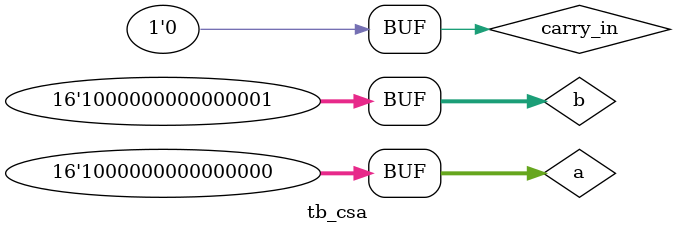
<source format=v>
module tb_csa;
   
     reg [15:0] a;
     reg [15:0] b;
     reg carry_in;
     wire [15:0] sum;
     wire carry_out;

     csa dut(.a(a),
             .b(b),
             .carry_in(carry_in),
             .sum(sum),
             .carry_out(carry_out));

    initial begin 
        $dumpfile("p7_test_csa.vcd");
        $dumpvars(0);
    end

    initial begin 
    $monitor($time,"a=%b,b=%b,carry_in=%b,sum=%b,carry_out=%b\n",
                    a   ,b   ,carry_in   ,sum   ,carry_out);

            a=16'd0;
            b=16'd0;
            carry_in=1'd1;
            #100;
         
            a=16'd128;
            b=16'd127;
            carry_in=1'd0;
            #100;

             a=16'd128;
            b=16'd127;
            carry_in=1'd1;

             a=16'd128;
            b=16'd128;
            carry_in=1'd0;
            #100;

             a=16'd128;
            b=16'd128;
            carry_in=1'd1;
            #100;

            a=16'h7000;
            b=16'h7000;
            carry_in=1'd1;
            #100;

            a=16'h8000;
            b=16'h8001;
            carry_in=1'd1;
            #100;

            a=16'h8000;
            b=16'h8001;
            carry_in=1'd0;
            #100;
            

    end

endmodule
</source>
